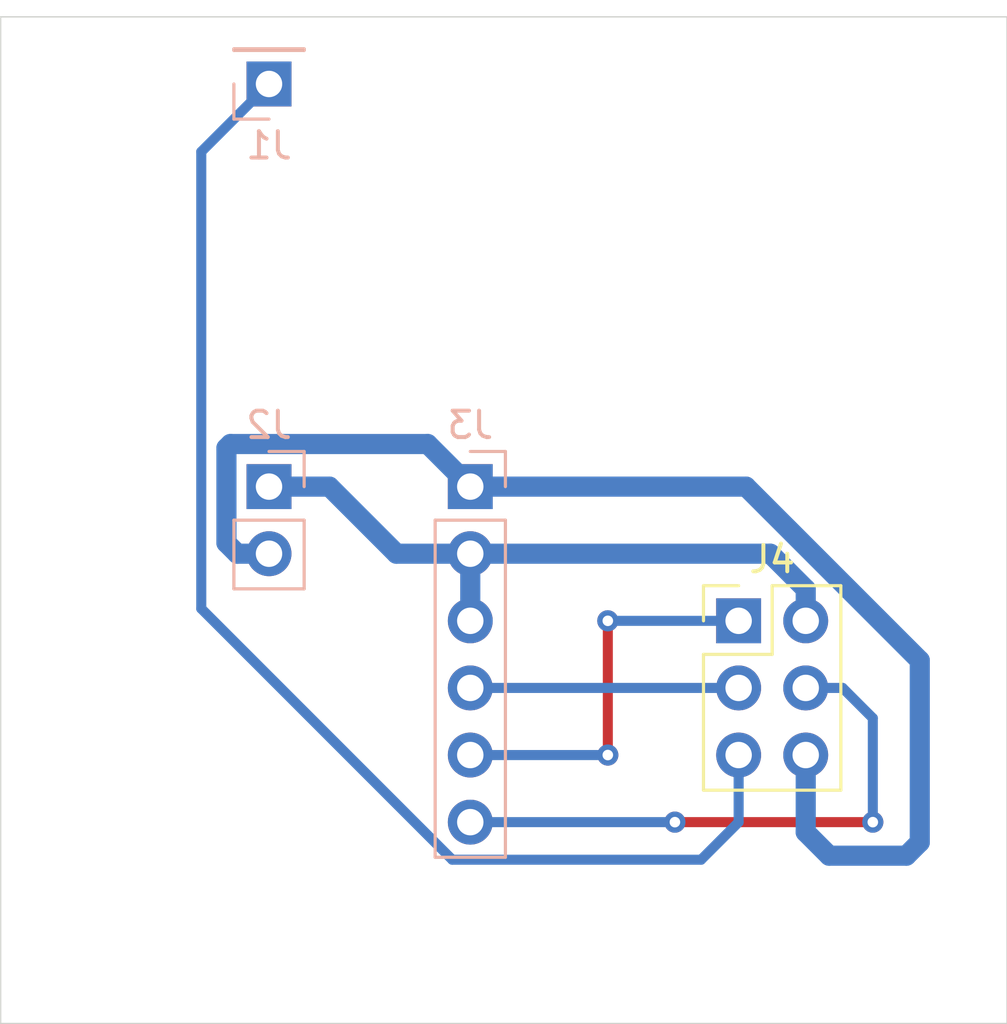
<source format=kicad_pcb>
(kicad_pcb (version 20171130) (host pcbnew "(5.1.6)-1")

  (general
    (thickness 1.6)
    (drawings 4)
    (tracks 43)
    (zones 0)
    (modules 4)
    (nets 7)
  )

  (page A4)
  (layers
    (0 F.Cu jumper)
    (31 B.Cu mixed)
    (32 B.Adhes user)
    (33 F.Adhes user)
    (34 B.Paste user)
    (35 F.Paste user)
    (36 B.SilkS user)
    (37 F.SilkS user)
    (38 B.Mask user)
    (39 F.Mask user)
    (40 Dwgs.User user)
    (41 Cmts.User user)
    (42 Eco1.User user)
    (43 Eco2.User user)
    (44 Edge.Cuts user)
    (45 Margin user)
    (46 B.CrtYd user)
    (47 F.CrtYd user)
    (48 B.Fab user)
    (49 F.Fab user)
  )

  (setup
    (last_trace_width 0.381)
    (trace_clearance 0.381)
    (zone_clearance 0.508)
    (zone_45_only no)
    (trace_min 0.2)
    (via_size 0.8)
    (via_drill 0.4)
    (via_min_size 0.4)
    (via_min_drill 0.3)
    (uvia_size 0.3)
    (uvia_drill 0.1)
    (uvias_allowed no)
    (uvia_min_size 0.2)
    (uvia_min_drill 0.1)
    (edge_width 0.05)
    (segment_width 0.2)
    (pcb_text_width 0.3)
    (pcb_text_size 1.5 1.5)
    (mod_edge_width 0.12)
    (mod_text_size 1 1)
    (mod_text_width 0.15)
    (pad_size 1.524 1.524)
    (pad_drill 0.762)
    (pad_to_mask_clearance 0.051)
    (solder_mask_min_width 0.25)
    (aux_axis_origin 0 0)
    (visible_elements 7FFFFFFF)
    (pcbplotparams
      (layerselection 0x010fc_ffffffff)
      (usegerberextensions false)
      (usegerberattributes false)
      (usegerberadvancedattributes false)
      (creategerberjobfile false)
      (excludeedgelayer true)
      (linewidth 0.100000)
      (plotframeref false)
      (viasonmask false)
      (mode 1)
      (useauxorigin false)
      (hpglpennumber 1)
      (hpglpenspeed 20)
      (hpglpendiameter 15.000000)
      (psnegative false)
      (psa4output false)
      (plotreference true)
      (plotvalue true)
      (plotinvisibletext false)
      (padsonsilk false)
      (subtractmaskfromsilk false)
      (outputformat 1)
      (mirror false)
      (drillshape 1)
      (scaleselection 1)
      (outputdirectory ""))
  )

  (net 0 "")
  (net 1 /RESET)
  (net 2 +5V)
  (net 3 GND)
  (net 4 /SCK)
  (net 5 /MISO)
  (net 6 /MOSI)

  (net_class Default "This is the default net class."
    (clearance 0.381)
    (trace_width 0.381)
    (via_dia 0.8)
    (via_drill 0.4)
    (uvia_dia 0.3)
    (uvia_drill 0.1)
    (add_net /MISO)
    (add_net /MOSI)
    (add_net /RESET)
    (add_net /SCK)
  )

  (net_class Power ""
    (clearance 0.381)
    (trace_width 0.762)
    (via_dia 0.8)
    (via_drill 0.4)
    (uvia_dia 0.3)
    (uvia_drill 0.1)
    (add_net +5V)
    (add_net GND)
  )

  (module Connector_PinHeader_2.54mm:PinHeader_1x01_P2.54mm_Vertical (layer B.Cu) (tedit 59FED5CC) (tstamp 60FC843B)
    (at 127 119.38)
    (descr "Through hole straight pin header, 1x01, 2.54mm pitch, single row")
    (tags "Through hole pin header THT 1x01 2.54mm single row")
    (path /60FD3A13)
    (fp_text reference J1 (at 0 2.33) (layer B.SilkS)
      (effects (font (size 1 1) (thickness 0.15)) (justify mirror))
    )
    (fp_text value Conn_01x01_Male (at 0 -2.33) (layer B.Fab)
      (effects (font (size 1 1) (thickness 0.15)) (justify mirror))
    )
    (fp_line (start 1.8 1.8) (end -1.8 1.8) (layer B.CrtYd) (width 0.05))
    (fp_line (start 1.8 -1.8) (end 1.8 1.8) (layer B.CrtYd) (width 0.05))
    (fp_line (start -1.8 -1.8) (end 1.8 -1.8) (layer B.CrtYd) (width 0.05))
    (fp_line (start -1.8 1.8) (end -1.8 -1.8) (layer B.CrtYd) (width 0.05))
    (fp_line (start -1.33 1.33) (end 0 1.33) (layer B.SilkS) (width 0.12))
    (fp_line (start -1.33 0) (end -1.33 1.33) (layer B.SilkS) (width 0.12))
    (fp_line (start -1.33 -1.27) (end 1.33 -1.27) (layer B.SilkS) (width 0.12))
    (fp_line (start 1.33 -1.27) (end 1.33 -1.33) (layer B.SilkS) (width 0.12))
    (fp_line (start -1.33 -1.27) (end -1.33 -1.33) (layer B.SilkS) (width 0.12))
    (fp_line (start -1.33 -1.33) (end 1.33 -1.33) (layer B.SilkS) (width 0.12))
    (fp_line (start -1.27 0.635) (end -0.635 1.27) (layer B.Fab) (width 0.1))
    (fp_line (start -1.27 -1.27) (end -1.27 0.635) (layer B.Fab) (width 0.1))
    (fp_line (start 1.27 -1.27) (end -1.27 -1.27) (layer B.Fab) (width 0.1))
    (fp_line (start 1.27 1.27) (end 1.27 -1.27) (layer B.Fab) (width 0.1))
    (fp_line (start -0.635 1.27) (end 1.27 1.27) (layer B.Fab) (width 0.1))
    (fp_text user %R (at 0 0 -90) (layer B.Fab)
      (effects (font (size 1 1) (thickness 0.15)) (justify mirror))
    )
    (pad 1 thru_hole rect (at 0 0) (size 1.7 1.7) (drill 1) (layers *.Cu *.Mask)
      (net 1 /RESET))
    (model ${KISYS3DMOD}/Connector_PinHeader_2.54mm.3dshapes/PinHeader_1x01_P2.54mm_Vertical.wrl
      (at (xyz 0 0 0))
      (scale (xyz 1 1 1))
      (rotate (xyz 0 0 0))
    )
  )

  (module Connector_PinHeader_2.54mm:PinHeader_1x02_P2.54mm_Vertical (layer B.Cu) (tedit 59FED5CC) (tstamp 60FC8451)
    (at 127 134.62 180)
    (descr "Through hole straight pin header, 1x02, 2.54mm pitch, single row")
    (tags "Through hole pin header THT 1x02 2.54mm single row")
    (path /60FD40C2)
    (fp_text reference J2 (at 0 2.33) (layer B.SilkS)
      (effects (font (size 1 1) (thickness 0.15)) (justify mirror))
    )
    (fp_text value Conn_01x02_Male (at 0 -4.87) (layer B.Fab)
      (effects (font (size 1 1) (thickness 0.15)) (justify mirror))
    )
    (fp_line (start 1.8 1.8) (end -1.8 1.8) (layer B.CrtYd) (width 0.05))
    (fp_line (start 1.8 -4.35) (end 1.8 1.8) (layer B.CrtYd) (width 0.05))
    (fp_line (start -1.8 -4.35) (end 1.8 -4.35) (layer B.CrtYd) (width 0.05))
    (fp_line (start -1.8 1.8) (end -1.8 -4.35) (layer B.CrtYd) (width 0.05))
    (fp_line (start -1.33 1.33) (end 0 1.33) (layer B.SilkS) (width 0.12))
    (fp_line (start -1.33 0) (end -1.33 1.33) (layer B.SilkS) (width 0.12))
    (fp_line (start -1.33 -1.27) (end 1.33 -1.27) (layer B.SilkS) (width 0.12))
    (fp_line (start 1.33 -1.27) (end 1.33 -3.87) (layer B.SilkS) (width 0.12))
    (fp_line (start -1.33 -1.27) (end -1.33 -3.87) (layer B.SilkS) (width 0.12))
    (fp_line (start -1.33 -3.87) (end 1.33 -3.87) (layer B.SilkS) (width 0.12))
    (fp_line (start -1.27 0.635) (end -0.635 1.27) (layer B.Fab) (width 0.1))
    (fp_line (start -1.27 -3.81) (end -1.27 0.635) (layer B.Fab) (width 0.1))
    (fp_line (start 1.27 -3.81) (end -1.27 -3.81) (layer B.Fab) (width 0.1))
    (fp_line (start 1.27 1.27) (end 1.27 -3.81) (layer B.Fab) (width 0.1))
    (fp_line (start -0.635 1.27) (end 1.27 1.27) (layer B.Fab) (width 0.1))
    (fp_text user %R (at 0 -1.27 270) (layer B.Fab)
      (effects (font (size 1 1) (thickness 0.15)) (justify mirror))
    )
    (pad 1 thru_hole rect (at 0 0 180) (size 1.7 1.7) (drill 1) (layers *.Cu *.Mask)
      (net 2 +5V))
    (pad 2 thru_hole oval (at 0 -2.54 180) (size 1.7 1.7) (drill 1) (layers *.Cu *.Mask)
      (net 3 GND))
    (model ${KISYS3DMOD}/Connector_PinHeader_2.54mm.3dshapes/PinHeader_1x02_P2.54mm_Vertical.wrl
      (at (xyz 0 0 0))
      (scale (xyz 1 1 1))
      (rotate (xyz 0 0 0))
    )
  )

  (module Connector_PinHeader_2.54mm:PinHeader_1x06_P2.54mm_Vertical (layer B.Cu) (tedit 59FED5CC) (tstamp 60FC846B)
    (at 134.62 134.62 180)
    (descr "Through hole straight pin header, 1x06, 2.54mm pitch, single row")
    (tags "Through hole pin header THT 1x06 2.54mm single row")
    (path /60FD4B30)
    (fp_text reference J3 (at 0 2.33) (layer B.SilkS)
      (effects (font (size 1 1) (thickness 0.15)) (justify mirror))
    )
    (fp_text value Conn_01x06_Male (at 0 -15.03) (layer B.Fab)
      (effects (font (size 1 1) (thickness 0.15)) (justify mirror))
    )
    (fp_line (start 1.8 1.8) (end -1.8 1.8) (layer B.CrtYd) (width 0.05))
    (fp_line (start 1.8 -14.5) (end 1.8 1.8) (layer B.CrtYd) (width 0.05))
    (fp_line (start -1.8 -14.5) (end 1.8 -14.5) (layer B.CrtYd) (width 0.05))
    (fp_line (start -1.8 1.8) (end -1.8 -14.5) (layer B.CrtYd) (width 0.05))
    (fp_line (start -1.33 1.33) (end 0 1.33) (layer B.SilkS) (width 0.12))
    (fp_line (start -1.33 0) (end -1.33 1.33) (layer B.SilkS) (width 0.12))
    (fp_line (start -1.33 -1.27) (end 1.33 -1.27) (layer B.SilkS) (width 0.12))
    (fp_line (start 1.33 -1.27) (end 1.33 -14.03) (layer B.SilkS) (width 0.12))
    (fp_line (start -1.33 -1.27) (end -1.33 -14.03) (layer B.SilkS) (width 0.12))
    (fp_line (start -1.33 -14.03) (end 1.33 -14.03) (layer B.SilkS) (width 0.12))
    (fp_line (start -1.27 0.635) (end -0.635 1.27) (layer B.Fab) (width 0.1))
    (fp_line (start -1.27 -13.97) (end -1.27 0.635) (layer B.Fab) (width 0.1))
    (fp_line (start 1.27 -13.97) (end -1.27 -13.97) (layer B.Fab) (width 0.1))
    (fp_line (start 1.27 1.27) (end 1.27 -13.97) (layer B.Fab) (width 0.1))
    (fp_line (start -0.635 1.27) (end 1.27 1.27) (layer B.Fab) (width 0.1))
    (fp_text user %R (at 0 -6.35 270) (layer B.Fab)
      (effects (font (size 1 1) (thickness 0.15)) (justify mirror))
    )
    (pad 1 thru_hole rect (at 0 0 180) (size 1.7 1.7) (drill 1) (layers *.Cu *.Mask)
      (net 3 GND))
    (pad 2 thru_hole oval (at 0 -2.54 180) (size 1.7 1.7) (drill 1) (layers *.Cu *.Mask)
      (net 2 +5V))
    (pad 3 thru_hole oval (at 0 -5.08 180) (size 1.7 1.7) (drill 1) (layers *.Cu *.Mask)
      (net 2 +5V))
    (pad 4 thru_hole oval (at 0 -7.62 180) (size 1.7 1.7) (drill 1) (layers *.Cu *.Mask)
      (net 4 /SCK))
    (pad 5 thru_hole oval (at 0 -10.16 180) (size 1.7 1.7) (drill 1) (layers *.Cu *.Mask)
      (net 5 /MISO))
    (pad 6 thru_hole oval (at 0 -12.7 180) (size 1.7 1.7) (drill 1) (layers *.Cu *.Mask)
      (net 6 /MOSI))
    (model ${KISYS3DMOD}/Connector_PinHeader_2.54mm.3dshapes/PinHeader_1x06_P2.54mm_Vertical.wrl
      (at (xyz 0 0 0))
      (scale (xyz 1 1 1))
      (rotate (xyz 0 0 0))
    )
  )

  (module Connector_PinHeader_2.54mm:PinHeader_2x03_P2.54mm_Vertical (layer F.Cu) (tedit 59FED5CC) (tstamp 60FC8487)
    (at 144.78 139.7)
    (descr "Through hole straight pin header, 2x03, 2.54mm pitch, double rows")
    (tags "Through hole pin header THT 2x03 2.54mm double row")
    (path /60FC74A6)
    (fp_text reference J4 (at 1.27 -2.33) (layer F.SilkS)
      (effects (font (size 1 1) (thickness 0.15)))
    )
    (fp_text value ISP (at 1.27 7.41) (layer F.Fab)
      (effects (font (size 1 1) (thickness 0.15)))
    )
    (fp_line (start 4.35 -1.8) (end -1.8 -1.8) (layer F.CrtYd) (width 0.05))
    (fp_line (start 4.35 6.85) (end 4.35 -1.8) (layer F.CrtYd) (width 0.05))
    (fp_line (start -1.8 6.85) (end 4.35 6.85) (layer F.CrtYd) (width 0.05))
    (fp_line (start -1.8 -1.8) (end -1.8 6.85) (layer F.CrtYd) (width 0.05))
    (fp_line (start -1.33 -1.33) (end 0 -1.33) (layer F.SilkS) (width 0.12))
    (fp_line (start -1.33 0) (end -1.33 -1.33) (layer F.SilkS) (width 0.12))
    (fp_line (start 1.27 -1.33) (end 3.87 -1.33) (layer F.SilkS) (width 0.12))
    (fp_line (start 1.27 1.27) (end 1.27 -1.33) (layer F.SilkS) (width 0.12))
    (fp_line (start -1.33 1.27) (end 1.27 1.27) (layer F.SilkS) (width 0.12))
    (fp_line (start 3.87 -1.33) (end 3.87 6.41) (layer F.SilkS) (width 0.12))
    (fp_line (start -1.33 1.27) (end -1.33 6.41) (layer F.SilkS) (width 0.12))
    (fp_line (start -1.33 6.41) (end 3.87 6.41) (layer F.SilkS) (width 0.12))
    (fp_line (start -1.27 0) (end 0 -1.27) (layer F.Fab) (width 0.1))
    (fp_line (start -1.27 6.35) (end -1.27 0) (layer F.Fab) (width 0.1))
    (fp_line (start 3.81 6.35) (end -1.27 6.35) (layer F.Fab) (width 0.1))
    (fp_line (start 3.81 -1.27) (end 3.81 6.35) (layer F.Fab) (width 0.1))
    (fp_line (start 0 -1.27) (end 3.81 -1.27) (layer F.Fab) (width 0.1))
    (fp_text user %R (at 1.27 2.54 90) (layer F.Fab)
      (effects (font (size 1 1) (thickness 0.15)))
    )
    (pad 1 thru_hole rect (at 0 0) (size 1.7 1.7) (drill 1) (layers *.Cu *.Mask)
      (net 5 /MISO))
    (pad 2 thru_hole oval (at 2.54 0) (size 1.7 1.7) (drill 1) (layers *.Cu *.Mask)
      (net 2 +5V))
    (pad 3 thru_hole oval (at 0 2.54) (size 1.7 1.7) (drill 1) (layers *.Cu *.Mask)
      (net 4 /SCK))
    (pad 4 thru_hole oval (at 2.54 2.54) (size 1.7 1.7) (drill 1) (layers *.Cu *.Mask)
      (net 6 /MOSI))
    (pad 5 thru_hole oval (at 0 5.08) (size 1.7 1.7) (drill 1) (layers *.Cu *.Mask)
      (net 1 /RESET))
    (pad 6 thru_hole oval (at 2.54 5.08) (size 1.7 1.7) (drill 1) (layers *.Cu *.Mask)
      (net 3 GND))
    (model ${KISYS3DMOD}/Connector_PinHeader_2.54mm.3dshapes/PinHeader_2x03_P2.54mm_Vertical.wrl
      (at (xyz 0 0 0))
      (scale (xyz 1 1 1))
      (rotate (xyz 0 0 0))
    )
  )

  (gr_line (start 116.84 154.94) (end 154.94 154.94) (layer Edge.Cuts) (width 0.05) (tstamp 60FC7FDE))
  (gr_line (start 116.84 154.94) (end 116.84 116.84) (layer Edge.Cuts) (width 0.05) (tstamp 60FC7FA6))
  (gr_line (start 154.94 116.84) (end 154.94 154.94) (layer Edge.Cuts) (width 0.05))
  (gr_line (start 116.84 116.84) (end 154.94 116.84) (layer Edge.Cuts) (width 0.05))

  (segment (start 124.435489 121.944511) (end 127 119.38) (width 0.381) (layer B.Cu) (net 1))
  (segment (start 144.78 144.78) (end 144.78 147.32) (width 0.381) (layer B.Cu) (net 1))
  (segment (start 133.937679 148.741501) (end 124.435489 139.239311) (width 0.381) (layer B.Cu) (net 1))
  (segment (start 144.78 147.32) (end 143.358499 148.741501) (width 0.381) (layer B.Cu) (net 1))
  (segment (start 143.358499 148.741501) (end 133.937679 148.741501) (width 0.381) (layer B.Cu) (net 1))
  (segment (start 124.435489 139.239311) (end 124.435489 121.944511) (width 0.381) (layer B.Cu) (net 1))
  (segment (start 127 134.62) (end 129.286 134.62) (width 0.762) (layer B.Cu) (net 2))
  (segment (start 131.826 137.16) (end 134.62 137.16) (width 0.762) (layer B.Cu) (net 2))
  (segment (start 129.286 134.62) (end 131.826 137.16) (width 0.762) (layer B.Cu) (net 2))
  (segment (start 134.62 137.16) (end 134.62 139.7) (width 0.762) (layer B.Cu) (net 2))
  (segment (start 147.32 138.497919) (end 147.32 139.7) (width 0.762) (layer B.Cu) (net 2))
  (segment (start 145.982081 137.16) (end 147.32 138.497919) (width 0.762) (layer B.Cu) (net 2))
  (segment (start 134.62 137.16) (end 145.982081 137.16) (width 0.762) (layer B.Cu) (net 2))
  (segment (start 133.007999 133.007999) (end 134.62 134.62) (width 0.762) (layer B.Cu) (net 3))
  (segment (start 125.540399 133.007999) (end 133.007999 133.007999) (width 0.762) (layer B.Cu) (net 3))
  (segment (start 125.387999 133.160399) (end 125.540399 133.007999) (width 0.762) (layer B.Cu) (net 3))
  (segment (start 125.387999 136.75008) (end 125.387999 133.160399) (width 0.762) (layer B.Cu) (net 3))
  (segment (start 125.797919 137.16) (end 125.387999 136.75008) (width 0.762) (layer B.Cu) (net 3))
  (segment (start 127 137.16) (end 125.797919 137.16) (width 0.762) (layer B.Cu) (net 3))
  (segment (start 134.62 134.62) (end 145.058541 134.62) (width 0.762) (layer B.Cu) (net 3))
  (segment (start 147.32 144.78) (end 147.32 147.701) (width 0.762) (layer B.Cu) (net 3))
  (segment (start 147.32 147.701) (end 148.209 148.59) (width 0.762) (layer B.Cu) (net 3))
  (segment (start 148.209 148.59) (end 151.13 148.59) (width 0.762) (layer B.Cu) (net 3))
  (segment (start 151.13 148.59) (end 151.638 148.082) (width 0.762) (layer B.Cu) (net 3))
  (segment (start 151.638 141.199459) (end 145.058541 134.62) (width 0.762) (layer B.Cu) (net 3))
  (segment (start 151.638 148.082) (end 151.638 141.199459) (width 0.762) (layer B.Cu) (net 3))
  (segment (start 144.78 142.24) (end 134.62 142.24) (width 0.381) (layer B.Cu) (net 4))
  (segment (start 144.78 139.7) (end 139.827 139.7) (width 0.381) (layer B.Cu) (net 5))
  (segment (start 139.827 139.7) (end 139.827 139.7) (width 0.381) (layer B.Cu) (net 5) (tstamp 612CC8AC))
  (via (at 139.827 139.7) (size 0.8) (drill 0.4) (layers F.Cu B.Cu) (net 5))
  (segment (start 134.62 144.78) (end 139.827 144.78) (width 0.381) (layer B.Cu) (net 5))
  (segment (start 139.827 144.78) (end 139.827 144.78) (width 0.381) (layer B.Cu) (net 5) (tstamp 612CC8BD))
  (via (at 139.827 144.78) (size 0.8) (drill 0.4) (layers F.Cu B.Cu) (net 5))
  (segment (start 139.827 139.7) (end 139.827 144.78) (width 0.381) (layer F.Cu) (net 5))
  (segment (start 147.32 142.24) (end 148.717 142.24) (width 0.381) (layer B.Cu) (net 6))
  (segment (start 148.717 142.24) (end 149.86 143.383) (width 0.381) (layer B.Cu) (net 6))
  (segment (start 149.86 143.383) (end 149.86 147.32) (width 0.381) (layer B.Cu) (net 6))
  (segment (start 149.86 147.32) (end 149.86 147.32) (width 0.381) (layer B.Cu) (net 6) (tstamp 612CC93C))
  (via (at 149.86 147.32) (size 0.8) (drill 0.4) (layers F.Cu B.Cu) (net 6))
  (segment (start 134.62 147.32) (end 142.367 147.32) (width 0.381) (layer B.Cu) (net 6))
  (segment (start 142.367 147.32) (end 142.367 147.32) (width 0.381) (layer B.Cu) (net 6) (tstamp 612CC951))
  (via (at 142.367 147.32) (size 0.8) (drill 0.4) (layers F.Cu B.Cu) (net 6))
  (segment (start 142.367 147.32) (end 149.86 147.32) (width 0.381) (layer F.Cu) (net 6))

)

</source>
